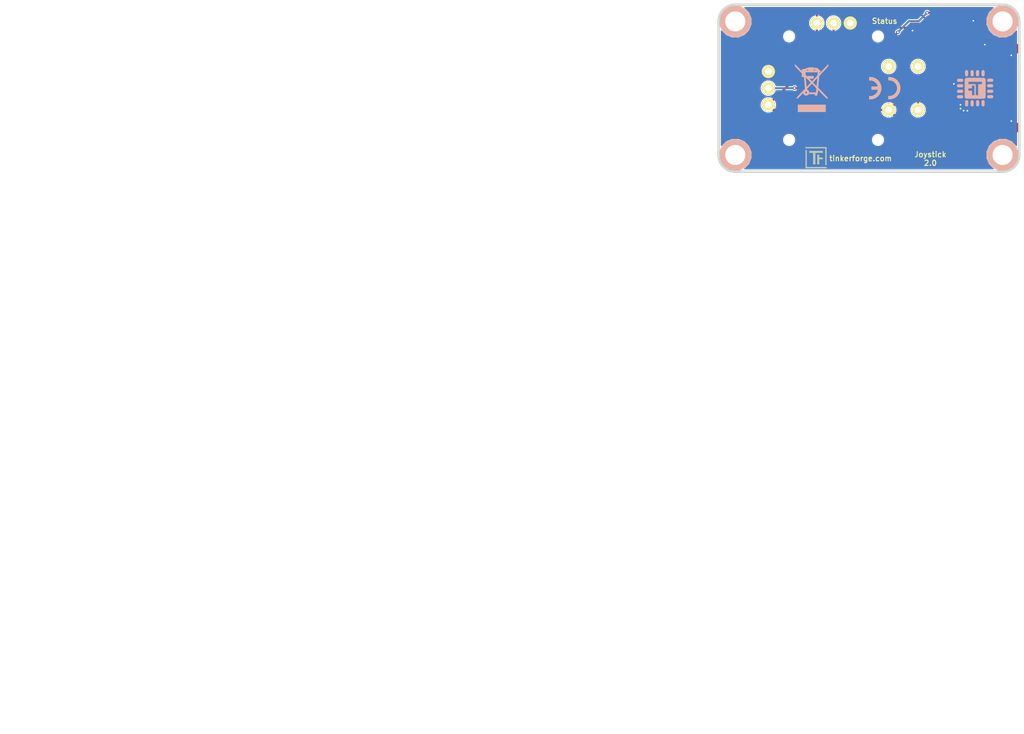
<source format=kicad_pcb>
(kicad_pcb (version 4) (host pcbnew 4.0.2+dfsg1-stable)
  (title_block (title "Joystick Bricklet") (date 2018-05-28) (rev 2.0) (company "Tinkerforge GmbH") (comment 1 "Licensed under CERN OHL v.1.1") (comment 2 "Copyright (©) 2018, L.Lauer <lukas@tinkerforge.com>"))
  (layers (0 Vorderseite signal) (31 Rückseite signal) (34 B.Paste user) (35 F.Paste user) (36 B.SilkS user) (37 F.SilkS user) (38 B.Mask user) (39 F.Mask user) (44 Edge.Cuts user))
  (net 0 "")
  (net 1 GND)
  (net 2 SWITCH)
  (net 3 VCC)
  (net 4 X)
  (net 5 Y)
  (net 6 "Net-(C3-Pad2)")
  (net 7 "Net-(D1-Pad2)")
  (net 8 "Net-(P1-Pad1)")
  (net 9 "Net-(P1-Pad4)")
  (net 10 "Net-(P1-Pad5)")
  (net 11 "Net-(P1-Pad6)")
  (net 12 "Net-(P2-Pad1)")
  (net 13 "Net-(P3-Pad2)")
  (net 14 "Net-(R1-Pad1)")
  (net 15 S-MISO)
  (net 16 S-MOSI)
  (net 17 S-CLK)
  (net 18 S-CS)
  (net 19 "Net-(U1-Pad5)")
  (net 20 "Net-(U1-Pad6)")
  (net 21 "Net-(U1-Pad11)")
  (net 22 "Net-(U1-Pad12)")
  (net 23 "Net-(U1-Pad13)")
  (net 24 "Net-(U1-Pad14)")
  (net 25 "Net-(U1-Pad16)")
  (net 26 "Net-(U1-Pad17)")
  (net 27 "Net-(U1-Pad19)")
  (net 28 "Net-(U1-Pad20)")
  (net 29 "Net-(U1-Pad21)")
  (net 30 "Net-(U1-Pad4)")
  (module kicad-libraries:DRILL_NP (layer Vorderseite) (at 164.12 108)
    (fp_text reference U5 hide)
    (fp_text value DRILL hide)
    (pad "" np_thru_hole circle (at 0 0) (size 2.99974 2.99974) (drill 2.99974) (layers *.Cu *.Mask F.SilkS) (clearance 0.89916))
  )
  (module kicad-libraries:Logo_CoMCU (layer Rückseite) (at 160.01 98.01 180)
    (fp_text reference G*** hide)
    (fp_text value LOGO hide)
  )
  (module kicad-libraries:Joystick_Button (layer Vorderseite) (at 138.82116 97.99828 90)
    (fp_text reference U3)
    (fp_text value JOYSTICK_BUTTON)
    (pad X1 thru_hole circle (at 9.75106 -2.49936 90) (size 1.99898 1.99898) (drill 1.00076) (layers *.Cu *.Mask F.SilkS) (net 3 VCC))
    (pad X2 thru_hole circle (at 9.75106 0 90) (size 1.99898 1.99898) (drill 1.00076) (layers *.Cu *.Mask F.SilkS) (net 4 X))
    (pad X3 thru_hole circle (at 9.75106 2.49936 90) (size 1.99898 1.99898) (drill 1.00076) (layers *.Cu *.Mask F.SilkS) (net 1 GND))
    (pad Y2 thru_hole circle (at 0 -9.75106 90) (size 1.99898 1.99898) (drill 1.00076) (layers *.Cu *.Mask F.SilkS) (net 5 Y))
    (pad Y1 thru_hole circle (at -2.49936 -9.75106 90) (size 1.99898 1.99898) (drill 1.00076) (layers *.Cu *.Mask F.SilkS) (net 3 VCC))
    (pad Y3 thru_hole circle (at 2.49936 -9.75106 90) (size 1.99898 1.99898) (drill 1.00076) (layers *.Cu *.Mask F.SilkS) (net 1 GND))
    (pad "" thru_hole circle (at 7.74954 -6.64972 90) (size 1.50114 1.50114) (drill 1.50114) (layers *.Cu *.Mask F.SilkS))
    (pad "" thru_hole circle (at -7.74954 -6.64972 90) (size 1.50114 1.50114) (drill 1.50114) (layers *.Cu *.Mask F.SilkS))
    (pad "" thru_hole circle (at 7.74954 6.64972 90) (size 1.50114 1.50114) (drill 1.50114) (layers *.Cu *.Mask F.SilkS))
    (pad "" thru_hole circle (at -7.74954 6.64972 90) (size 1.50114 1.50114) (drill 1.50114) (layers *.Cu *.Mask F.SilkS))
    (pad SW1 thru_hole circle (at -3.2512 8.24992 90) (size 1.99898 1.99898) (drill 1.00076) (layers *.Cu *.Mask F.SilkS) (net 3 VCC))
    (pad "" thru_hole circle (at 3.2512 8.24992 90) (size 1.99898 1.99898) (drill 1.00076) (layers *.Cu *.Mask F.SilkS))
    (pad SW2 thru_hole circle (at -3.2512 12.6492 90) (size 1.99898 1.99898) (drill 1.00076) (layers *.Cu *.Mask F.SilkS) (net 2 SWITCH))
    (pad "" thru_hole circle (at 3.2512 12.6492 90) (size 1.99898 1.99898) (drill 1.00076) (layers *.Cu *.Mask F.SilkS))
  )
  (module kicad-libraries:Logo_31x31 (layer Vorderseite) (at 134.62 106.82)
    (fp_text reference Ref** hide)
    (fp_text value Val** hide)
  )
  (module kicad-libraries:Fiducial_Mark (layer Vorderseite) (at 160.62452 108.99902)
    (fp_text reference Fiducial_Mark hide)
    (fp_text value VAL** hide)
    (pad 1 smd circle (at 0 0) (size 1.00076 1.00076) (layers Vorderseite F.Paste F.Mask) (clearance 0.65024))
  )
  (module kicad-libraries:Fiducial_Mark (layer Vorderseite) (at 123.22556 91.69908)
    (fp_text reference Fiducial_Mark hide)
    (fp_text value VAL** hide)
    (pad 1 smd circle (at 0 0) (size 1.00076 1.00076) (layers Vorderseite F.Paste F.Mask) (clearance 0.65024))
  )
  (module kicad-libraries:DRILL_NP (layer Vorderseite) (at 164.12 88)
    (fp_text reference U4 hide)
    (fp_text value DRILL hide)
    (pad "" np_thru_hole circle (at 0 0) (size 2.99974 2.99974) (drill 2.99974) (layers *.Cu *.Mask F.SilkS) (clearance 0.89916))
  )
  (module kicad-libraries:DRILL_NP (layer Vorderseite) (at 124.12 88)
    (fp_text reference U7 hide)
    (fp_text value DRILL hide)
    (pad "" np_thru_hole circle (at 0 0) (size 2.99974 2.99974) (drill 2.99974) (layers *.Cu *.Mask F.SilkS) (clearance 0.89916))
  )
  (module kicad-libraries:DRILL_NP (layer Vorderseite) (at 124.12 108)
    (fp_text reference U6 hide)
    (fp_text value DRILL hide)
    (pad "" np_thru_hole circle (at 0 0) (size 2.99974 2.99974) (drill 2.99974) (layers *.Cu *.Mask F.SilkS) (clearance 0.89916))
  )
  (module kicad-libraries:WEEE_7mm (layer Rückseite) (at 135.55 98 180)
    (fp_text reference VAL hide)
    (fp_text value WEEE_7mm hide)
  )
  (module kicad-libraries:CE_5mm (layer Rückseite) (at 146.45 98 180)
    (fp_text reference VAL hide)
    (fp_text value CE_5mm hide)
  )
  (module kicad-libraries:C0805 (layer Vorderseite) (at 160.05 99.89 90)
    (fp_text reference C1)
    (fp_text value 10uF)
    (pad 1 smd rect (at -1.00076 0 90) (size 1.00076 1.24968) (layers Vorderseite F.Paste F.Mask) (net 1 GND) (clearance 0.14986))
    (pad 2 smd rect (at 1.00076 0 90) (size 1.00076 1.24968) (layers Vorderseite F.Paste F.Mask) (net 3 VCC) (clearance 0.14986))
  )
  (module kicad-libraries:C0603F (layer Vorderseite) (at 151.37 90.13 270)
    (fp_text reference C2)
    (fp_text value 100nF)
    (pad 1 smd rect (at -0.75 0 270) (size 0.9 0.9) (layers Vorderseite F.Paste F.Mask) (net 1 GND))
    (pad 2 smd rect (at 0.75 0 270) (size 0.9 0.9) (layers Vorderseite F.Paste F.Mask) (net 3 VCC))
  )
  (module kicad-libraries:C0402E (layer Vorderseite) (at 161.46 92.76 270)
    (fp_text reference C3)
    (fp_text value 220pF)
    (pad 1 smd rect (at -0.65 0 270) (size 0.7 0.9) (layers Vorderseite F.Paste F.Mask) (net 1 GND))
    (pad 2 smd rect (at 0.65 0 270) (size 0.7 0.9) (layers Vorderseite F.Paste F.Mask) (net 6 "Net-(C3-Pad2)"))
  )
  (module kicad-libraries:C0603F (layer Vorderseite) (at 158.55 99.89 90)
    (fp_text reference C4)
    (fp_text value 1uF)
    (pad 1 smd rect (at -0.75 0 90) (size 0.9 0.9) (layers Vorderseite F.Paste F.Mask) (net 1 GND))
    (pad 2 smd rect (at 0.75 0 90) (size 0.9 0.9) (layers Vorderseite F.Paste F.Mask) (net 3 VCC))
  )
  (module kicad-libraries:D0603F (layer Vorderseite) (at 146.43 86.65)
    (fp_text reference D1)
    (fp_text value blue)
    (pad 1 smd rect (at -0.75 0) (size 0.9 0.9) (layers Vorderseite F.Paste F.Mask) (net 3 VCC))
    (pad 2 smd rect (at 0.75 0) (size 0.9 0.9) (layers Vorderseite F.Paste F.Mask) (net 7 "Net-(D1-Pad2)"))
  )
  (module kicad-libraries:CON-SENSOR2 (layer Vorderseite) (at 166.62 98 90)
    (fp_text reference P1)
    (fp_text value CON-SENSOR2)
    (pad 1 smd rect (at -3.75 -4.6 90) (size 0.6 1.8) (layers Vorderseite F.Paste F.Mask) (net 8 "Net-(P1-Pad1)"))
    (pad 2 smd rect (at -2.5 -4.6 90) (size 0.6 1.8) (layers Vorderseite F.Paste F.Mask) (net 1 GND))
    (pad EP smd rect (at -5.9 -1.2 90) (size 1.4 2.4) (layers Vorderseite F.Paste F.Mask) (net 1 GND))
    (pad EP smd rect (at 5.9 -1.2 90) (size 1.4 2.4) (layers Vorderseite F.Paste F.Mask) (net 1 GND))
    (pad 3 smd rect (at -1.25 -4.6 90) (size 0.6 1.8) (layers Vorderseite F.Paste F.Mask) (net 3 VCC))
    (pad 4 smd rect (at 0 -4.6 90) (size 0.6 1.8) (layers Vorderseite F.Paste F.Mask) (net 9 "Net-(P1-Pad4)"))
    (pad 5 smd rect (at 1.25 -4.6 90) (size 0.6 1.8) (layers Vorderseite F.Paste F.Mask) (net 10 "Net-(P1-Pad5)"))
    (pad 6 smd rect (at 2.5 -4.6 90) (size 0.6 1.8) (layers Vorderseite F.Paste F.Mask) (net 11 "Net-(P1-Pad6)"))
    (pad 7 smd rect (at 3.75 -4.6 90) (size 0.6 1.8) (layers Vorderseite F.Paste F.Mask) (net 6 "Net-(C3-Pad2)"))
  )
  (module kicad-libraries:DEBUG_PAD (layer Vorderseite) (at 154.74 94.39)
    (fp_text reference P2)
    (fp_text value DEBUG)
    (pad 1 smd circle (at 0 0) (size 0.7 0.7) (layers Vorderseite F.Paste F.Mask) (net 12 "Net-(P2-Pad1)"))
  )
  (module kicad-libraries:SolderJumper (layer Vorderseite) (at 159.52 86.92 180)
    (fp_text reference P3)
    (fp_text value BOOT)
    (pad 2 smd rect (at 0.55 0 180) (size 0.3 1.4) (layers Vorderseite F.Mask) (net 13 "Net-(P3-Pad2)"))
    (pad 2 smd rect (at 0.15 0 180) (size 0.6 0.5) (layers Vorderseite F.Mask) (net 13 "Net-(P3-Pad2)"))
    (pad 1 smd rect (at -0.5 0 180) (size 0.4 1.4) (layers Vorderseite F.Mask) (net 1 GND))
    (pad 1 smd rect (at -0.225 0.55 180) (size 0.95 0.3) (layers Vorderseite F.Mask) (net 1 GND))
    (pad 1 smd rect (at -0.225 -0.55 180) (size 0.95 0.3) (layers Vorderseite F.Mask) (net 1 GND))
  )
  (module kicad-libraries:R0603F (layer Vorderseite) (at 149.4 86.65 180)
    (fp_text reference R1)
    (fp_text value 1k)
    (pad 1 smd rect (at -0.75 0 180) (size 0.9 0.9) (layers Vorderseite F.Paste F.Mask) (net 14 "Net-(R1-Pad1)"))
    (pad 2 smd rect (at 0.75 0 180) (size 0.9 0.9) (layers Vorderseite F.Paste F.Mask) (net 7 "Net-(D1-Pad2)"))
  )
  (module kicad-libraries:R0603F (layer Vorderseite) (at 156.08 96.62)
    (fp_text reference R3)
    (fp_text value 10k)
    (pad 1 smd rect (at -0.75 0) (size 0.9 0.9) (layers Vorderseite F.Paste F.Mask) (net 2 SWITCH))
    (pad 2 smd rect (at 0.75 0) (size 0.9 0.9) (layers Vorderseite F.Paste F.Mask) (net 1 GND))
  )
  (module kicad-libraries:4X0402 (layer Vorderseite) (at 159.55 92.8)
    (fp_text reference RP1)
    (fp_text value 82)
    (pad 1 smd rect (at -0.7493 0.575 180) (size 0.29972 0.65) (layers Vorderseite F.Paste F.Mask) (net 9 "Net-(P1-Pad4)"))
    (pad 2 smd rect (at -0.24892 0.575 180) (size 0.29972 0.65) (layers Vorderseite F.Paste F.Mask) (net 10 "Net-(P1-Pad5)"))
    (pad 3 smd rect (at 0.24892 0.575 180) (size 0.29972 0.65) (layers Vorderseite F.Paste F.Mask) (net 11 "Net-(P1-Pad6)"))
    (pad 4 smd rect (at 0.7493 0.575 180) (size 0.29972 0.65) (layers Vorderseite F.Paste F.Mask) (net 6 "Net-(C3-Pad2)"))
    (pad 5 smd rect (at 0.7493 -0.575) (size 0.29972 0.65) (layers Vorderseite F.Paste F.Mask) (net 15 S-MISO))
    (pad 6 smd rect (at 0.24892 -0.575) (size 0.29972 0.65) (layers Vorderseite F.Paste F.Mask) (net 16 S-MOSI))
    (pad 7 smd rect (at -0.24892 -0.575) (size 0.29972 0.65) (layers Vorderseite F.Paste F.Mask) (net 17 S-CLK))
    (pad 8 smd rect (at -0.7493 -0.575) (size 0.29972 0.65) (layers Vorderseite F.Paste F.Mask) (net 18 S-CS))
  )
  (module kicad-libraries:QFN24-4x4mm-0.5mm (layer Vorderseite) (at 155.01 89.94 270)
    (fp_text reference U1)
    (fp_text value XMC1XXX24)
    (pad 1 smd oval (at -2.025 -1.25 270) (size 1 0.3) (layers Vorderseite F.Paste F.Mask) (net 15 S-MISO))
    (pad 2 smd oval (at -2.025 -0.75 270) (size 1 0.3) (layers Vorderseite F.Paste F.Mask) (net 13 "Net-(P3-Pad2)"))
    (pad 3 smd oval (at -2.025 -0.25 270) (size 1 0.3) (layers Vorderseite F.Paste F.Mask) (net 5 Y))
    (pad 4 smd oval (at -2.025 0.25 270) (size 1 0.3) (layers Vorderseite F.Paste F.Mask) (net 30 "Net-(U1-Pad4)"))
    (pad 5 smd oval (at -2.025 0.75 270) (size 1 0.3) (layers Vorderseite F.Paste F.Mask) (net 19 "Net-(U1-Pad5)"))
    (pad 6 smd oval (at -2.025 1.25 270) (size 1 0.3) (layers Vorderseite F.Paste F.Mask) (net 20 "Net-(U1-Pad6)"))
    (pad 7 smd oval (at -1.25 2.025) (size 1 0.3) (layers Vorderseite F.Paste F.Mask) (net 14 "Net-(R1-Pad1)"))
    (pad 8 smd oval (at -0.75 2.025) (size 1 0.3) (layers Vorderseite F.Paste F.Mask) (net 4 X))
    (pad 9 smd oval (at -0.25 2.025) (size 1 0.3) (layers Vorderseite F.Paste F.Mask) (net 1 GND))
    (pad 10 smd oval (at 0.25 2.025) (size 1 0.3) (layers Vorderseite F.Paste F.Mask) (net 3 VCC))
    (pad 11 smd oval (at 0.75 2.025) (size 1 0.3) (layers Vorderseite F.Paste F.Mask) (net 21 "Net-(U1-Pad11)"))
    (pad 12 smd oval (at 1.25 2.025) (size 1 0.3) (layers Vorderseite F.Paste F.Mask) (net 22 "Net-(U1-Pad12)"))
    (pad 13 smd oval (at 2.025 1.25 270) (size 1 0.3) (layers Vorderseite F.Paste F.Mask) (net 23 "Net-(U1-Pad13)"))
    (pad 14 smd oval (at 2.025 0.75 270) (size 1 0.3) (layers Vorderseite F.Paste F.Mask) (net 24 "Net-(U1-Pad14)"))
    (pad 15 smd oval (at 2.025 0.25 270) (size 1 0.3) (layers Vorderseite F.Paste F.Mask) (net 12 "Net-(P2-Pad1)"))
    (pad 16 smd oval (at 2.025 -0.25 270) (size 1 0.3) (layers Vorderseite F.Paste F.Mask) (net 25 "Net-(U1-Pad16)"))
    (pad 17 smd oval (at 2.025 -0.75 270) (size 1 0.3) (layers Vorderseite F.Paste F.Mask) (net 26 "Net-(U1-Pad17)"))
    (pad 18 smd oval (at 2.025 -1.25 270) (size 1 0.3) (layers Vorderseite F.Paste F.Mask) (net 2 SWITCH))
    (pad 19 smd oval (at 1.25 -2.025) (size 1 0.3) (layers Vorderseite F.Paste F.Mask) (net 27 "Net-(U1-Pad19)"))
    (pad 20 smd oval (at 0.75 -2.025) (size 1 0.3) (layers Vorderseite F.Paste F.Mask) (net 28 "Net-(U1-Pad20)"))
    (pad 21 smd oval (at 0.25 -2.025) (size 1 0.3) (layers Vorderseite F.Paste F.Mask) (net 29 "Net-(U1-Pad21)"))
    (pad 22 smd oval (at -0.25 -2.025) (size 1 0.3) (layers Vorderseite F.Paste F.Mask) (net 18 S-CS))
    (pad 23 smd oval (at -0.75 -2.025) (size 1 0.3) (layers Vorderseite F.Paste F.Mask) (net 17 S-CLK))
    (pad 24 smd oval (at -1.25 -2.025) (size 1 0.3) (layers Vorderseite F.Paste F.Mask) (net 16 S-MOSI))
    (pad EXP smd rect (at 0.65 0.65 270) (size 1.3 1.3) (layers Vorderseite F.Paste F.Mask) (net 1 GND))
    (pad EXP smd rect (at 0.65 -0.65 270) (size 1.3 1.3) (layers Vorderseite F.Paste F.Mask) (net 1 GND))
    (pad EXP smd rect (at -0.65 0.65 270) (size 1.3 1.3) (layers Vorderseite F.Paste F.Mask) (net 1 GND))
    (pad EXP smd rect (at -0.65 -0.65 270) (size 1.3 1.3) (layers Vorderseite F.Paste F.Mask) (net 1 GND))
  )
  (gr_text Status (at 146.46 87.95) (layer F.SilkS) (effects (font (size 0.8 0.8))))
  (gr_line (start 121.62 88) (end 121.62 108) (angle 90) (layer Edge.Cuts) (width 0.381))
  (gr_line (start 164.12 85.5) (end 124.12 85.5) (angle 90) (layer Edge.Cuts) (width 0.381))
  (gr_line (start 166.62 108) (end 166.62 88) (angle 90) (layer Edge.Cuts) (width 0.381))
  (gr_line (start 124.12 110.5) (end 164.12 110.5) (angle 90) (layer Edge.Cuts) (width 0.381))
  (gr_arc (start 124.12 108) (end 124.12 110.5) (angle 90) (layer Edge.Cuts) (width 0.381))
  (gr_arc (start 164.12 108) (end 166.62 108) (angle 90) (layer Edge.Cuts) (width 0.381))
  (gr_arc (start 164.12 88) (end 164.12 85.5) (angle 90) (layer Edge.Cuts) (width 0.381))
  (gr_arc (start 124.12 88) (end 121.62 88) (angle 90) (layer Edge.Cuts) (width 0.381))
  (gr_text tinkerforge.com (at 142.86 108.52) (layer F.SilkS) (effects (font (size 0.8 0.8) (thickness 0.14986))))
  (gr_text "Joystick\n2.0" (at 153.31 108.57) (layer F.SilkS) (effects (font (size 0.8 0.8))))
  (segment (start 159.745 87.47) (end 159.745 87.895) (width 0.29972) (layer Vorderseite) (net 1))
  (via (at 159.74 87.9) (size 0.55) (drill 0.25) (layers Vorderseite Rückseite) (net 1))
  (segment (start 159.745 87.895) (end 159.74 87.9) (width 0.29972) (layer Vorderseite) (net 1))
  (segment (start 159.745 87.47) (end 159.95 87.47) (width 0.29972) (layer Vorderseite) (net 1))
  (segment (start 159.95 87.47) (end 160.03 87.39) (width 0.29972) (layer Vorderseite) (net 1))
  (segment (start 160.03 87.39) (end 160.03 86.92) (width 0.29972) (layer Vorderseite) (net 1))
  (segment (start 160.03 86.92) (end 160.02 86.92) (width 0.29972) (layer Vorderseite) (net 1))
  (segment (start 159.745 86.37) (end 159.93 86.37) (width 0.29972) (layer Vorderseite) (net 1))
  (segment (start 159.93 86.37) (end 160.02 86.46) (width 0.29972) (layer Vorderseite) (net 1))
  (segment (start 160.02 86.46) (end 160.02 86.93) (width 0.29972) (layer Vorderseite) (net 1))
  (segment (start 160.02 86.93) (end 160.02 86.92) (width 0.29972) (layer Vorderseite) (net 1))
  (segment (start 151.37 89.38) (end 150.64 89.38) (width 0.55) (layer Vorderseite) (net 1))
  (via (at 150.64 89.38) (size 0.55) (drill 0.25) (layers Vorderseite Rückseite) (net 1))
  (segment (start 152.985 89.69) (end 152.25 89.69) (width 0.25) (layer Vorderseite) (net 1))
  (segment (start 151.94 89.38) (end 151.37 89.38) (width 0.25) (layer Vorderseite) (net 1))
  (segment (start 152.25 89.69) (end 151.94 89.38) (width 0.25) (layer Vorderseite) (net 1))
  (segment (start 156.83 96.62) (end 156.83 97.35) (width 0.55) (layer Vorderseite) (net 1))
  (via (at 156.83 97.35) (size 0.55) (drill 0.25) (layers Vorderseite Rückseite) (net 1))
  (segment (start 152.985 89.69) (end 153.96 89.69) (width 0.25) (layer Vorderseite) (net 1))
  (segment (start 153.96 89.69) (end 154.36 89.29) (width 0.25) (layer Vorderseite) (net 1))
  (segment (start 154.36 90.59) (end 155.66 90.59) (width 0.55) (layer Vorderseite) (net 1))
  (segment (start 155.66 90.59) (end 155.66 89.29) (width 0.55) (layer Vorderseite) (net 1))
  (segment (start 155.66 89.29) (end 154.36 89.29) (width 0.55) (layer Vorderseite) (net 1))
  (segment (start 154.36 89.29) (end 154.36 90.59) (width 0.55) (layer Vorderseite) (net 1))
  (segment (start 161.46 92.11) (end 161.46 91.48) (width 0.55) (layer Vorderseite) (net 1))
  (via (at 161.46 91.48) (size 0.55) (drill 0.25) (layers Vorderseite Rückseite) (net 1))
  (segment (start 158.85 101.37) (end 158.14 101.37) (width 0.55) (layer Vorderseite) (net 1))
  (via (at 157.82 101.05) (size 0.55) (drill 0.25) (layers Vorderseite Rückseite) (net 1))
  (segment (start 157.97 100.64) (end 158.55 100.64) (width 0.55) (layer Vorderseite) (net 1))
  (via (at 157.82 100.49) (size 0.55) (drill 0.25) (layers Vorderseite Rückseite) (net 1))
  (segment (start 157.97 100.64) (end 157.82 100.49) (width 0.55) (layer Vorderseite) (net 1))
  (segment (start 157.82 100.49) (end 157.82 101.05) (width 0.55) (layer Vorderseite) (net 1))
  (segment (start 158.23 100.64) (end 157.82 101.05) (width 0.55) (layer Vorderseite) (net 1))
  (via (at 158.29 101.36) (size 0.55) (drill 0.25) (layers Vorderseite Rückseite) (net 1))
  (via (at 158.85 101.37) (size 0.55) (drill 0.25) (layers Vorderseite Rückseite) (net 1))
  (segment (start 158.14 101.37) (end 157.82 101.05) (width 0.55) (layer Vorderseite) (net 1))
  (segment (start 158.85 101.37) (end 158.3 101.37) (width 0.55) (layer Vorderseite) (net 1))
  (segment (start 158.55 101.07) (end 158.85 101.37) (width 0.55) (layer Vorderseite) (net 1))
  (segment (start 158.55 101.1) (end 158.55 100.64) (width 0.55) (layer Vorderseite) (net 1))
  (segment (start 158.55 101.1) (end 158.29 101.36) (width 0.55) (layer Vorderseite) (net 1))
  (segment (start 158.3 101.37) (end 158.29 101.36) (width 0.55) (layer Vorderseite) (net 1))
  (segment (start 160.05 100.89076) (end 159.33076 100.89076) (width 0.55) (layer Vorderseite) (net 1))
  (segment (start 159.08 100.64) (end 158.55 100.64) (width 0.55) (layer Vorderseite) (net 1))
  (segment (start 159.33076 100.89076) (end 159.08 100.64) (width 0.55) (layer Vorderseite) (net 1))
  (segment (start 162.02 100.5) (end 161 100.5) (width 0.55) (layer Vorderseite) (net 1))
  (segment (start 161 100.5) (end 160.60924 100.89076) (width 0.55) (layer Vorderseite) (net 1))
  (segment (start 160.60924 100.89076) (end 160.05 100.89076) (width 0.55) (layer Vorderseite) (net 1))
  (segment (start 165.42 92.1) (end 165.42 93.08) (width 0.55) (layer Vorderseite) (net 1))
  (via (at 165.42 93.08) (size 0.55) (drill 0.25) (layers Vorderseite Rückseite) (net 1))
  (segment (start 165.42 103.9) (end 165.42 102.92) (width 0.55) (layer Vorderseite) (net 1))
  (via (at 165.42 102.92) (size 0.55) (drill 0.25) (layers Vorderseite Rückseite) (net 1))
  (segment (start 155.33 96.62) (end 155.33 95.4) (width 0.25) (layer Vorderseite) (net 2))
  (segment (start 156.26 94.47) (end 156.26 91.965) (width 0.25) (layer Vorderseite) (net 2))
  (segment (start 155.33 95.4) (end 156.26 94.47) (width 0.25) (layer Vorderseite) (net 2))
  (segment (start 151.47036 101.24948) (end 151.47036 98.80964) (width 0.25) (layer Vorderseite) (net 2))
  (segment (start 153.66 96.62) (end 155.33 96.62) (width 0.25) (layer Vorderseite) (net 2))
  (segment (start 151.47036 98.80964) (end 153.66 96.62) (width 0.25) (layer Vorderseite) (net 2))
  (segment (start 147.07108 101.24948) (end 147.16052 101.24948) (width 0.25) (layer Vorderseite) (net 3))
  (segment (start 147.16052 101.24948) (end 149.11 99.3) (width 0.29972) (layer Vorderseite) (net 3))
  (segment (start 150.69 90.88) (end 151.37 90.88) (width 0.29972) (layer Vorderseite) (net 3))
  (segment (start 149.11 92.46) (end 150.69 90.88) (width 0.29972) (layer Vorderseite) (net 3))
  (segment (start 149.11 99.3) (end 149.11 92.46) (width 0.29972) (layer Vorderseite) (net 3))
  (segment (start 151.37 90.88) (end 151.74 90.88) (width 0.25) (layer Vorderseite) (net 3))
  (segment (start 151.74 90.88) (end 152.43 90.19) (width 0.25) (layer Vorderseite) (net 3))
  (segment (start 152.43 90.19) (end 152.985 90.19) (width 0.25) (layer Vorderseite) (net 3))
  (segment (start 136.3218 88.24722) (end 136.3218 87.0582) (width 0.25) (layer Vorderseite) (net 3))
  (segment (start 144.68 86.65) (end 145.68 86.65) (width 0.25) (layer Vorderseite) (net 3))
  (segment (start 144.43 86.4) (end 144.68 86.65) (width 0.25) (layer Vorderseite) (net 3))
  (segment (start 136.98 86.4) (end 144.43 86.4) (width 0.25) (layer Vorderseite) (net 3))
  (segment (start 136.3218 87.0582) (end 136.98 86.4) (width 0.25) (layer Vorderseite) (net 3))
  (segment (start 147.07108 101.24948) (end 147.09948 101.24948) (width 0.25) (layer Vorderseite) (net 3))
  (segment (start 147.09948 101.24948) (end 149.17 103.32) (width 0.29972) (layer Vorderseite) (net 3))
  (segment (start 156.9 99.14) (end 158.55 99.14) (width 0.29972) (layer Vorderseite) (net 3))
  (segment (start 152.72 103.32) (end 156.9 99.14) (width 0.29972) (layer Vorderseite) (net 3))
  (segment (start 149.17 103.32) (end 152.72 103.32) (width 0.29972) (layer Vorderseite) (net 3))
  (segment (start 160.05 98.88924) (end 159.45076 98.88924) (width 0.55) (layer Vorderseite) (net 3))
  (segment (start 159.45076 98.88924) (end 159.2 99.14) (width 0.55) (layer Vorderseite) (net 3))
  (segment (start 159.2 99.14) (end 158.55 99.14) (width 0.55) (layer Vorderseite) (net 3))
  (segment (start 162.02 99.25) (end 160.97 99.25) (width 0.55) (layer Vorderseite) (net 3))
  (segment (start 160.97 99.25) (end 160.60924 98.88924) (width 0.55) (layer Vorderseite) (net 3))
  (segment (start 160.60924 98.88924) (end 160.05 98.88924) (width 0.55) (layer Vorderseite) (net 3))
  (segment (start 136.3218 93.30182) (end 130.72618 98.89744) (width 0.29972) (layer Vorderseite) (net 3))
  (segment (start 136.3218 88.24722) (end 136.3218 93.30182) (width 0.29972) (layer Vorderseite) (net 3))
  (segment (start 130.6703 98.89744) (end 129.0701 100.49764) (width 0.29972) (layer Vorderseite) (net 3))
  (segment (start 130.72618 98.89744) (end 130.6703 98.89744) (width 0.29972) (layer Vorderseite) (net 3))
  (segment (start 129.82194 101.24948) (end 129.0701 100.49764) (width 0.29972) (layer Vorderseite) (net 3))
  (segment (start 147.07108 101.24948) (end 129.82194 101.24948) (width 0.29972) (layer Vorderseite) (net 3))
  (segment (start 138.82116 88.24722) (end 138.82116 89.49116) (width 0.25) (layer Vorderseite) (net 4))
  (segment (start 152.42 89.19) (end 152.985 89.19) (width 0.25) (layer Vorderseite) (net 4))
  (segment (start 152.2 88.97) (end 152.42 89.19) (width 0.25) (layer Vorderseite) (net 4))
  (segment (start 152.2 88.61) (end 152.2 88.97) (width 0.25) (layer Vorderseite) (net 4))
  (segment (start 151.92 88.33) (end 152.2 88.61) (width 0.25) (layer Vorderseite) (net 4))
  (segment (start 150.39 88.33) (end 151.92 88.33) (width 0.25) (layer Vorderseite) (net 4))
  (segment (start 149.78 88.94) (end 150.39 88.33) (width 0.25) (layer Vorderseite) (net 4))
  (segment (start 144.64 88.94) (end 149.78 88.94) (width 0.25) (layer Vorderseite) (net 4))
  (segment (start 143.72 89.86) (end 144.64 88.94) (width 0.25) (layer Vorderseite) (net 4))
  (segment (start 139.19 89.86) (end 143.72 89.86) (width 0.25) (layer Vorderseite) (net 4))
  (segment (start 138.82116 89.49116) (end 139.19 89.86) (width 0.25) (layer Vorderseite) (net 4))
  (segment (start 155.26 87.915) (end 155.26 87.05) (width 0.29972) (layer Vorderseite) (net 5))
  (segment (start 132.98172 97.99828) (end 129.0701 97.99828) (width 0.29972) (layer Rückseite) (net 5))
  (segment (start 132.99 97.99) (end 132.98172 97.99828) (width 0.29972) (layer Rückseite) (net 5))
  (via (at 132.99 97.99) (size 0.55) (drill 0.25) (layers Vorderseite Rückseite) (net 5))
  (segment (start 140.08 97.99) (end 132.99 97.99) (width 0.29972) (layer Vorderseite) (net 5))
  (segment (start 148.44 89.63) (end 140.08 97.99) (width 0.29972) (layer Vorderseite) (net 5))
  (via (at 148.44 89.63) (size 0.55) (drill 0.25) (layers Vorderseite Rückseite) (net 5))
  (segment (start 150.1 87.97) (end 148.44 89.63) (width 0.29972) (layer Rückseite) (net 5))
  (segment (start 151.56 87.97) (end 150.1 87.97) (width 0.29972) (layer Rückseite) (net 5))
  (segment (start 152.83 86.7) (end 151.56 87.97) (width 0.29972) (layer Rückseite) (net 5))
  (via (at 152.83 86.7) (size 0.55) (drill 0.25) (layers Vorderseite Rückseite) (net 5))
  (segment (start 154.91 86.7) (end 152.83 86.7) (width 0.29972) (layer Vorderseite) (net 5))
  (segment (start 155.26 87.05) (end 154.91 86.7) (width 0.29972) (layer Vorderseite) (net 5))
  (segment (start 161.46 93.41) (end 160.3343 93.41) (width 0.25) (layer Vorderseite) (net 6))
  (segment (start 160.3343 93.41) (end 160.2993 93.375) (width 0.25) (layer Vorderseite) (net 6))
  (segment (start 162.02 94.25) (end 161.77 94.25) (width 0.25) (layer Vorderseite) (net 6))
  (segment (start 161.77 94.25) (end 161.46 93.94) (width 0.25) (layer Vorderseite) (net 6))
  (segment (start 161.46 93.94) (end 161.46 93.41) (width 0.25) (layer Vorderseite) (net 6))
  (segment (start 147.18 86.65) (end 148.65 86.65) (width 0.25) (layer Vorderseite) (net 7))
  (segment (start 162.02 98) (end 160.98 98) (width 0.25) (layer Vorderseite) (net 9))
  (segment (start 158.8007 95.8207) (end 158.8007 93.375) (width 0.25) (layer Vorderseite) (net 9))
  (segment (start 160.98 98) (end 158.8007 95.8207) (width 0.25) (layer Vorderseite) (net 9))
  (segment (start 162.02 96.75) (end 160.87 96.75) (width 0.25) (layer Vorderseite) (net 10))
  (segment (start 159.30108 95.18108) (end 159.30108 93.375) (width 0.25) (layer Vorderseite) (net 10))
  (segment (start 160.87 96.75) (end 159.30108 95.18108) (width 0.25) (layer Vorderseite) (net 10))
  (segment (start 162.02 95.5) (end 160.88 95.5) (width 0.25) (layer Vorderseite) (net 11))
  (segment (start 159.79892 94.41892) (end 159.79892 93.375) (width 0.25) (layer Vorderseite) (net 11))
  (segment (start 160.88 95.5) (end 159.79892 94.41892) (width 0.25) (layer Vorderseite) (net 11))
  (segment (start 154.76 91.965) (end 154.76 94.37) (width 0.25) (layer Vorderseite) (net 12))
  (segment (start 154.76 94.37) (end 154.74 94.39) (width 0.25) (layer Vorderseite) (net 12))
  (segment (start 158.97 86.92) (end 159.37 86.92) (width 0.29972) (layer Vorderseite) (net 13))
  (segment (start 155.76 87.915) (end 155.76 87.27) (width 0.29972) (layer Vorderseite) (net 13))
  (segment (start 156.11 86.92) (end 158.97 86.92) (width 0.29972) (layer Vorderseite) (net 13))
  (segment (start 155.76 87.27) (end 156.11 86.92) (width 0.29972) (layer Vorderseite) (net 13))
  (segment (start 152.985 88.69) (end 152.985 88.045) (width 0.25) (layer Vorderseite) (net 14))
  (segment (start 151.59 86.65) (end 150.15 86.65) (width 0.25) (layer Vorderseite) (net 14))
  (segment (start 152.985 88.045) (end 151.59 86.65) (width 0.25) (layer Vorderseite) (net 14))
  (segment (start 156.26 87.915) (end 158.035 87.915) (width 0.25) (layer Vorderseite) (net 15))
  (segment (start 160.2993 90.1793) (end 160.2993 92.225) (width 0.25) (layer Vorderseite) (net 15))
  (segment (start 158.035 87.915) (end 160.2993 90.1793) (width 0.25) (layer Vorderseite) (net 15))
  (segment (start 159.79892 92.225) (end 159.79892 90.30892) (width 0.25) (layer Vorderseite) (net 16))
  (segment (start 158.18 88.69) (end 157.035 88.69) (width 0.25) (layer Vorderseite) (net 16))
  (segment (start 159.79892 90.30892) (end 158.18 88.69) (width 0.25) (layer Vorderseite) (net 16))
  (segment (start 159.30108 92.225) (end 159.30108 90.51108) (width 0.25) (layer Vorderseite) (net 17))
  (segment (start 157.98 89.19) (end 157.035 89.19) (width 0.25) (layer Vorderseite) (net 17))
  (segment (start 159.30108 90.51108) (end 157.98 89.19) (width 0.25) (layer Vorderseite) (net 17))
  (segment (start 158.8007 92.225) (end 158.8007 90.8807) (width 0.25) (layer Vorderseite) (net 18))
  (segment (start 157.61 89.69) (end 157.035 89.69) (width 0.25) (layer Vorderseite) (net 18))
  (segment (start 158.8007 90.8807) (end 157.61 89.69) (width 0.25) (layer Vorderseite) (net 18))
  (zone (net 1) (net_name GND) (layer Rückseite) (connect_pads yes (clearance 0.15)) (min_thickness 0.15) (fill yes (arc_segments 16) (thermal_gap 0.29972) (thermal_bridge_width 0.29972))
    (polygon (pts (xy 166.62 110.5) (xy 121.62 110.5) (xy 121.62 85.5) (xy 166.62 85.5) (xy 166.62 110.5)))
  )
)
</source>
